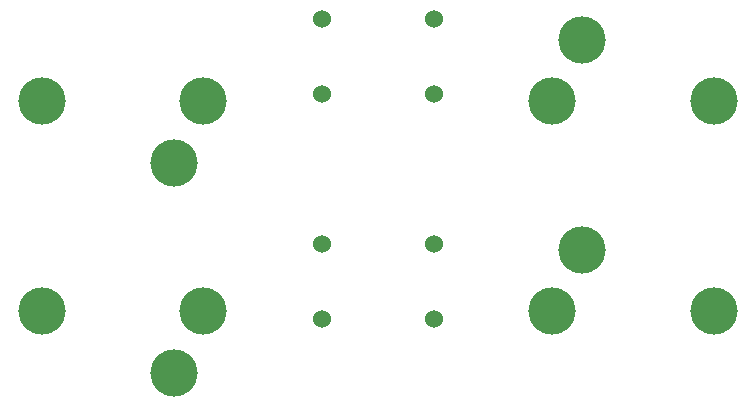
<source format=gbr>
G04 #@! TF.FileFunction,Copper,L1,Top,Signal*
%FSLAX46Y46*%
G04 Gerber Fmt 4.6, Leading zero omitted, Abs format (unit mm)*
G04 Created by KiCad (PCBNEW 4.0.2-stable) date Wed 21 Sep 2016 02:18:44 PM PDT*
%MOMM*%
G01*
G04 APERTURE LIST*
%ADD10C,0.100000*%
%ADD11C,4.000000*%
%ADD12C,1.524000*%
G04 APERTURE END LIST*
D10*
D11*
X93460000Y-111760000D03*
X107160000Y-111760000D03*
X104660000Y-116960000D03*
X93460000Y-129540000D03*
X107160000Y-129540000D03*
X104660000Y-134740000D03*
X150380000Y-129540000D03*
X136680000Y-129540000D03*
X139180000Y-124340000D03*
X150380000Y-111760000D03*
X136680000Y-111760000D03*
X139180000Y-106560000D03*
D12*
X126683000Y-104775000D03*
X126683000Y-111125000D03*
X117157000Y-104775000D03*
X117157000Y-111125000D03*
X126683000Y-123825000D03*
X126683000Y-130175000D03*
X117157000Y-123825000D03*
X117157000Y-130175000D03*
M02*

</source>
